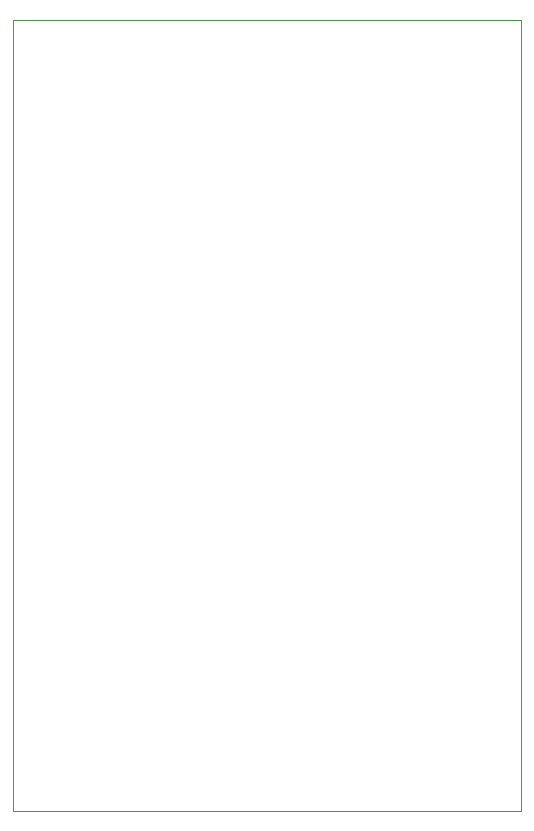
<source format=gbr>
%TF.GenerationSoftware,KiCad,Pcbnew,9.0.7-9.0.7~ubuntu24.04.1*%
%TF.CreationDate,2026-02-20T10:35:14-07:00*%
%TF.ProjectId,gazelem_main_motors_pcb_design,67617a65-6c65-46d5-9f6d-61696e5f6d6f,rev?*%
%TF.SameCoordinates,Original*%
%TF.FileFunction,Profile,NP*%
%FSLAX46Y46*%
G04 Gerber Fmt 4.6, Leading zero omitted, Abs format (unit mm)*
G04 Created by KiCad (PCBNEW 9.0.7-9.0.7~ubuntu24.04.1) date 2026-02-20 10:35:14*
%MOMM*%
%LPD*%
G01*
G04 APERTURE LIST*
%TA.AperFunction,Profile*%
%ADD10C,0.050000*%
%TD*%
G04 APERTURE END LIST*
D10*
X148000000Y-57000000D02*
X191000000Y-57000000D01*
X191000000Y-124000000D01*
X148000000Y-124000000D01*
X148000000Y-57000000D01*
M02*

</source>
